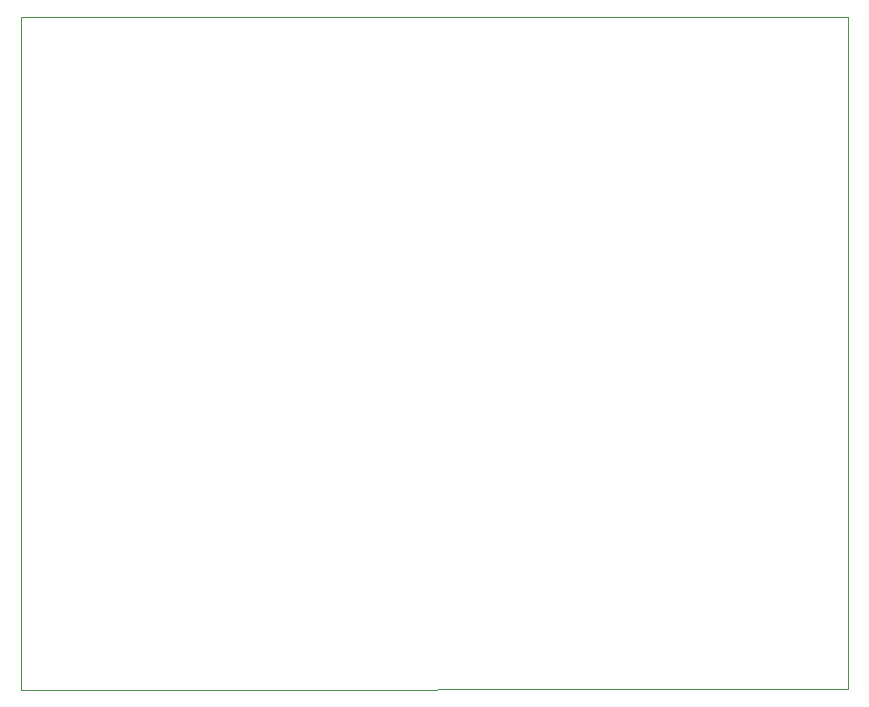
<source format=gbr>
%TF.GenerationSoftware,KiCad,Pcbnew,9.0.2*%
%TF.CreationDate,2025-07-05T11:42:38+02:00*%
%TF.ProjectId,test-stef_6_inter,74657374-2d73-4746-9566-5f365f696e74,rev?*%
%TF.SameCoordinates,Original*%
%TF.FileFunction,Profile,NP*%
%FSLAX46Y46*%
G04 Gerber Fmt 4.6, Leading zero omitted, Abs format (unit mm)*
G04 Created by KiCad (PCBNEW 9.0.2) date 2025-07-05 11:42:38*
%MOMM*%
%LPD*%
G01*
G04 APERTURE LIST*
%TA.AperFunction,Profile*%
%ADD10C,0.050000*%
%TD*%
G04 APERTURE END LIST*
D10*
X127000000Y-70000000D02*
X127000000Y-127000000D01*
X127000000Y-127000000D02*
X197000000Y-126900000D01*
X197000000Y-70000000D02*
X127000000Y-70000000D01*
X197000000Y-126900000D02*
X197000000Y-70000000D01*
M02*

</source>
